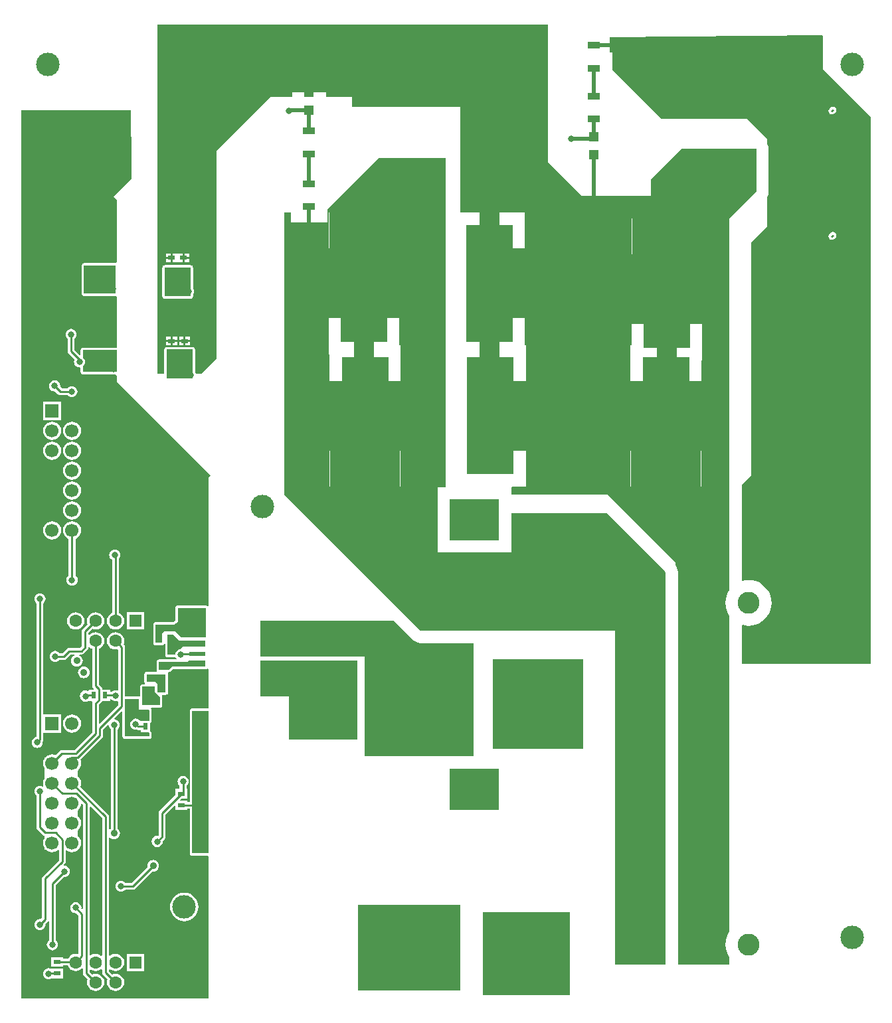
<source format=gbl>
G04*
G04 #@! TF.GenerationSoftware,Altium Limited,Altium Designer,18.0.7 (293)*
G04*
G04 Layer_Physical_Order=2*
G04 Layer_Color=16711680*
%FSLAX25Y25*%
%MOIN*%
G70*
G01*
G75*
%ADD15C,0.01000*%
%ADD19C,0.02000*%
%ADD22R,0.02362X0.03543*%
%ADD23R,0.08110X0.02362*%
%ADD24R,0.05000X0.04500*%
%ADD29R,0.03543X0.02362*%
%ADD30R,0.03000X0.03000*%
%ADD31R,0.03000X0.03000*%
%ADD63R,0.06693X0.06693*%
%ADD64C,0.06693*%
%ADD65C,0.11811*%
%ADD66R,0.06299X0.06299*%
%ADD67C,0.06299*%
%ADD68C,0.11000*%
%ADD69C,0.07087*%
%ADD70R,0.11811X0.11811*%
%ADD71C,0.03150*%
%ADD72C,0.03500*%
%ADD73R,0.06299X0.03543*%
%ADD74R,0.20984X0.22008*%
%ADD75R,0.25000X0.20787*%
%ADD76R,0.23622X0.59055*%
%ADD77C,0.10000*%
G36*
X209500Y290688D02*
X205499D01*
Y257901D01*
X242499D01*
Y277500D01*
X290500D01*
X320000Y248000D01*
X320000Y50900D01*
X294500Y50900D01*
X294500Y218500D01*
X197000Y218500D01*
X128500Y287000D01*
Y428500D01*
X131850D01*
Y423728D01*
X150150D01*
Y430150D01*
X176000Y456000D01*
X209500Y456000D01*
Y290688D01*
D02*
G37*
G36*
X44000Y388000D02*
X28000Y388000D01*
X28000Y402000D01*
X44000D01*
Y388000D01*
D02*
G37*
G36*
X52000Y453500D02*
Y445500D01*
X43000Y436500D01*
X44500Y435000D01*
Y403615D01*
X44000Y403204D01*
X28000D01*
X27539Y403113D01*
X27165Y402862D01*
X27047D01*
Y402700D01*
X26887Y402461D01*
X26796Y402000D01*
X26796Y388000D01*
X26887Y387539D01*
X27149Y387148D01*
X27539Y386887D01*
X28000Y386796D01*
X44000Y386796D01*
X44500Y386385D01*
Y360704D01*
X27500Y360704D01*
X27039Y360613D01*
X26665Y360362D01*
X26547D01*
Y360200D01*
X26387Y359961D01*
X26296Y359500D01*
X26296Y357282D01*
X25834Y357090D01*
X23114Y359810D01*
Y365165D01*
X23465Y365435D01*
X23907Y366010D01*
X24185Y366681D01*
X24280Y367400D01*
X24185Y368119D01*
X23907Y368790D01*
X23465Y369366D01*
X22890Y369807D01*
X22219Y370085D01*
X21500Y370180D01*
X20781Y370085D01*
X20110Y369807D01*
X19534Y369366D01*
X19093Y368790D01*
X18815Y368119D01*
X18720Y367400D01*
X18815Y366681D01*
X19093Y366010D01*
X19534Y365435D01*
X19686Y365318D01*
Y359100D01*
X19816Y358444D01*
X20188Y357888D01*
X23232Y354844D01*
X23015Y354319D01*
X22920Y353600D01*
X23015Y352881D01*
X23293Y352210D01*
X23734Y351635D01*
X24310Y351193D01*
X24981Y350915D01*
X25700Y350820D01*
X25920Y350849D01*
X26296Y350520D01*
X26296Y348500D01*
X26387Y348039D01*
X26648Y347649D01*
X27039Y347387D01*
X27500Y347296D01*
X42427Y347296D01*
X43000Y347220D01*
X43573Y347296D01*
X44000D01*
X44500Y346796D01*
Y343500D01*
X91500Y296500D01*
X90500Y295500D01*
Y231146D01*
X90235Y231011D01*
X90000Y230951D01*
X89661Y231178D01*
X89200Y231270D01*
X75100D01*
X74639Y231178D01*
X74248Y230917D01*
X73987Y230526D01*
X73896Y230065D01*
Y223564D01*
X72852Y222904D01*
X64000D01*
X63539Y222813D01*
X63148Y222551D01*
X62887Y222161D01*
X62796Y221700D01*
Y212500D01*
X62887Y212039D01*
X63148Y211649D01*
X63232Y211593D01*
Y211547D01*
X63300D01*
X63539Y211387D01*
X64000Y211296D01*
X67200D01*
X67661Y211387D01*
X67900Y211547D01*
X67957D01*
Y211585D01*
X68051Y211649D01*
X68296Y212014D01*
X68333Y212020D01*
X68796Y211821D01*
Y206500D01*
X68887Y206039D01*
X69043Y205806D01*
Y205547D01*
X69300D01*
X69539Y205387D01*
X70000Y205296D01*
X73500D01*
X73500Y205296D01*
X73961Y205387D01*
X73980Y205381D01*
X74093Y205110D01*
X74356Y204768D01*
X74109Y204268D01*
X71547D01*
Y204204D01*
X65600Y204204D01*
X65139Y204113D01*
X64749Y203852D01*
X64487Y203461D01*
X64396Y203000D01*
Y199000D01*
X64487Y198539D01*
X64578Y198404D01*
X64310Y197904D01*
X59500D01*
X59039Y197813D01*
X58649Y197552D01*
X58387Y197161D01*
X58296Y196700D01*
Y193100D01*
X58387Y192639D01*
X58611Y192304D01*
X58547Y192057D01*
X58466Y191903D01*
X58349Y191804D01*
X57300D01*
X56839Y191713D01*
X56449Y191452D01*
X56187Y191061D01*
X56096Y190600D01*
Y185978D01*
X55707Y185594D01*
X55681Y185581D01*
X55640D01*
X55596Y185585D01*
X55500Y185604D01*
X48589D01*
Y210469D01*
X48458Y211124D01*
X48087Y211681D01*
X47824Y211943D01*
X48019Y212413D01*
X48168Y213543D01*
X48019Y214674D01*
X47583Y215727D01*
X46889Y216632D01*
X45984Y217326D01*
X44930Y217762D01*
X43800Y217911D01*
X42669Y217762D01*
X41616Y217326D01*
X40711Y216632D01*
X40017Y215727D01*
X39581Y214674D01*
X39432Y213543D01*
X39581Y212413D01*
X40017Y211359D01*
X40711Y210455D01*
X41616Y209760D01*
X42669Y209324D01*
X43800Y209175D01*
X44661Y209289D01*
X45161Y208924D01*
Y188813D01*
X44745Y188536D01*
X44519Y188629D01*
X43800Y188724D01*
X43081Y188629D01*
X42410Y188351D01*
X41835Y187910D01*
X41826Y187899D01*
X41028D01*
Y189138D01*
X37155D01*
Y189457D01*
X37025Y190113D01*
X36653Y190669D01*
X35514Y191808D01*
Y209566D01*
X35984Y209760D01*
X36889Y210455D01*
X37583Y211359D01*
X38019Y212413D01*
X38168Y213543D01*
X38019Y214674D01*
X37583Y215727D01*
X36889Y216632D01*
X35984Y217326D01*
X34931Y217762D01*
X33800Y217911D01*
X32669Y217762D01*
X31616Y217326D01*
X30711Y216632D01*
X30637Y216535D01*
X30164Y216696D01*
Y217483D01*
X32199Y219519D01*
X32669Y219324D01*
X33800Y219175D01*
X34931Y219324D01*
X35984Y219760D01*
X36889Y220455D01*
X37583Y221359D01*
X38019Y222413D01*
X38168Y223543D01*
X38019Y224674D01*
X37583Y225727D01*
X36889Y226632D01*
X35984Y227326D01*
X34931Y227763D01*
X33800Y227911D01*
X32669Y227763D01*
X31616Y227326D01*
X30711Y226632D01*
X30017Y225727D01*
X29581Y224674D01*
X29432Y223543D01*
X29581Y222413D01*
X29776Y221943D01*
X27238Y219405D01*
X26866Y218849D01*
X26736Y218193D01*
Y210860D01*
X25990Y210114D01*
X20600D01*
X19944Y209984D01*
X19388Y209612D01*
X17190Y207414D01*
X15658D01*
X15465Y207665D01*
X14890Y208107D01*
X14219Y208385D01*
X13500Y208480D01*
X12781Y208385D01*
X12110Y208107D01*
X11535Y207665D01*
X11093Y207090D01*
X10815Y206419D01*
X10720Y205700D01*
X10815Y204981D01*
X11093Y204310D01*
X11535Y203734D01*
X12110Y203293D01*
X12781Y203015D01*
X13500Y202920D01*
X14219Y203015D01*
X14890Y203293D01*
X15465Y203734D01*
X15658Y203986D01*
X17900D01*
X18556Y204116D01*
X19112Y204488D01*
X21310Y206686D01*
X23126D01*
X23225Y206186D01*
X22922Y206060D01*
X22309Y205591D01*
X21840Y204978D01*
X21544Y204265D01*
X21444Y203500D01*
X21544Y202735D01*
X21840Y202022D01*
X22309Y201410D01*
X22922Y200940D01*
X23635Y200644D01*
X24400Y200544D01*
X25165Y200644D01*
X25878Y200940D01*
X26491Y201410D01*
X26960Y202022D01*
X27256Y202735D01*
X27356Y203500D01*
X27256Y204265D01*
X26960Y204978D01*
X26491Y205591D01*
X25878Y206060D01*
X25575Y206186D01*
X25674Y206686D01*
X26700D01*
X27356Y206816D01*
X27912Y207188D01*
X29662Y208938D01*
X30033Y209494D01*
X30164Y210150D01*
Y210391D01*
X30637Y210551D01*
X30711Y210455D01*
X31616Y209760D01*
X32086Y209566D01*
Y191098D01*
X32216Y190442D01*
X32588Y189886D01*
X32874Y189600D01*
X32683Y189138D01*
X30398D01*
Y188553D01*
X29898Y188287D01*
X29419Y188485D01*
X28700Y188580D01*
X27981Y188485D01*
X27310Y188207D01*
X26735Y187766D01*
X26293Y187190D01*
X26015Y186519D01*
X25920Y185800D01*
X26015Y185081D01*
X26293Y184410D01*
X26735Y183835D01*
X27310Y183393D01*
X27981Y183115D01*
X28700Y183020D01*
X29419Y183115D01*
X29898Y183313D01*
X30398Y183232D01*
Y183232D01*
X30398Y183232D01*
X31986D01*
X32202Y182732D01*
X32086Y182151D01*
Y167656D01*
X23144Y158714D01*
X17000D01*
X16344Y158584D01*
X15788Y158212D01*
X13751Y156175D01*
X13182Y156411D01*
X12000Y156567D01*
X10818Y156411D01*
X9717Y155955D01*
X8771Y155229D01*
X8595Y155000D01*
X8114D01*
Y154373D01*
X8045Y154283D01*
X7589Y153182D01*
X7433Y152000D01*
X7589Y150818D01*
X8045Y149717D01*
X8114Y149627D01*
Y144373D01*
X8045Y144283D01*
X7589Y143182D01*
X7433Y142000D01*
X7589Y140818D01*
X7595Y140803D01*
X7434Y140594D01*
X7203Y140443D01*
X6619Y140685D01*
X5900Y140780D01*
X5181Y140685D01*
X4510Y140407D01*
X3934Y139965D01*
X3493Y139390D01*
X3215Y138719D01*
X3120Y138000D01*
X3215Y137281D01*
X3493Y136610D01*
X3934Y136035D01*
X4186Y135842D01*
Y119900D01*
X4316Y119244D01*
X4688Y118688D01*
X7435Y115942D01*
X7991Y115570D01*
X8114Y115545D01*
Y114373D01*
X8045Y114283D01*
X7589Y113182D01*
X7433Y112000D01*
X7589Y110818D01*
X8045Y109717D01*
X8114Y109627D01*
Y108771D01*
X8771D01*
X9717Y108045D01*
X10818Y107589D01*
X12000Y107433D01*
X13182Y107589D01*
X14283Y108045D01*
X14886Y108508D01*
X15386Y108261D01*
Y103410D01*
X7388Y95412D01*
X7016Y94856D01*
X6886Y94200D01*
Y74483D01*
X6214Y73811D01*
X5900Y73853D01*
X5181Y73758D01*
X4510Y73480D01*
X3934Y73039D01*
X3493Y72463D01*
X3215Y71792D01*
X3120Y71073D01*
X3215Y70354D01*
X3493Y69683D01*
X3934Y69108D01*
X4510Y68666D01*
X5181Y68388D01*
X5900Y68293D01*
X6619Y68388D01*
X7290Y68666D01*
X7865Y69108D01*
X8307Y69683D01*
X8585Y70354D01*
X8680Y71073D01*
X8638Y71387D01*
X9812Y72561D01*
X9886Y72672D01*
X10386Y72520D01*
Y63059D01*
X10135Y62866D01*
X9693Y62290D01*
X9415Y61619D01*
X9320Y60900D01*
X9415Y60181D01*
X9693Y59510D01*
X10135Y58934D01*
X10710Y58493D01*
X11381Y58215D01*
X12100Y58120D01*
X12819Y58215D01*
X13490Y58493D01*
X14065Y58934D01*
X14507Y59510D01*
X14785Y60181D01*
X14880Y60900D01*
X14785Y61619D01*
X14507Y62290D01*
X14065Y62866D01*
X13814Y63059D01*
Y91090D01*
X17786Y95062D01*
X18100Y95020D01*
X18819Y95115D01*
X19490Y95393D01*
X20065Y95834D01*
X20507Y96410D01*
X20785Y97081D01*
X20880Y97800D01*
X20785Y98519D01*
X20507Y99190D01*
X20065Y99765D01*
X19490Y100207D01*
X18819Y100485D01*
X18110Y100578D01*
X18087Y100608D01*
X17879Y101055D01*
X18312Y101488D01*
X18684Y102044D01*
X18814Y102700D01*
Y108173D01*
X19263Y108394D01*
X19717Y108045D01*
X20818Y107589D01*
X22000Y107433D01*
X23182Y107589D01*
X24283Y108045D01*
X25229Y108771D01*
X25955Y109717D01*
X26411Y110818D01*
X26567Y112000D01*
X26411Y113182D01*
X25955Y114283D01*
X25229Y115229D01*
X24836Y115531D01*
Y118469D01*
X25229Y118771D01*
X25955Y119717D01*
X26411Y120818D01*
X26567Y122000D01*
X26411Y123182D01*
X25955Y124283D01*
X25229Y125229D01*
X24836Y125531D01*
Y128469D01*
X25229Y128771D01*
X25955Y129717D01*
X26411Y130818D01*
X26505Y131535D01*
X27033Y131714D01*
X27436Y131311D01*
Y79041D01*
X26974Y78850D01*
X26638Y79186D01*
X26680Y79500D01*
X26585Y80219D01*
X26307Y80890D01*
X25866Y81466D01*
X25290Y81907D01*
X24619Y82185D01*
X23900Y82280D01*
X23181Y82185D01*
X22510Y81907D01*
X21935Y81466D01*
X21493Y80890D01*
X21215Y80219D01*
X21120Y79500D01*
X21215Y78781D01*
X21493Y78110D01*
X21935Y77535D01*
X22510Y77093D01*
X23181Y76815D01*
X23900Y76720D01*
X24214Y76762D01*
X25286Y75690D01*
Y56591D01*
X24786Y56282D01*
X23800Y56411D01*
X22670Y56262D01*
X21616Y55826D01*
X20711Y55132D01*
X20017Y54227D01*
X19973Y54120D01*
X17553D01*
Y54768D01*
X11647D01*
Y50043D01*
X17553D01*
Y50691D01*
X19672D01*
X20017Y49859D01*
X20711Y48955D01*
X21616Y48260D01*
X22670Y47824D01*
X23800Y47675D01*
X24930Y47824D01*
X25984Y48260D01*
X26889Y48955D01*
X26963Y49051D01*
X27436Y48891D01*
Y46693D01*
X27567Y46037D01*
X27938Y45481D01*
X29776Y43644D01*
X29581Y43174D01*
X29432Y42043D01*
X29581Y40913D01*
X30017Y39859D01*
X30711Y38955D01*
X31616Y38260D01*
X32669Y37824D01*
X33800Y37675D01*
X34931Y37824D01*
X35984Y38260D01*
X36889Y38955D01*
X37583Y39859D01*
X38019Y40913D01*
X38168Y42043D01*
X38019Y43174D01*
X37583Y44227D01*
X36889Y45132D01*
X35984Y45826D01*
X34931Y46262D01*
X33800Y46411D01*
X32669Y46262D01*
X32199Y46068D01*
X30864Y47403D01*
Y48272D01*
X31313Y48493D01*
X31616Y48260D01*
X32669Y47824D01*
X33800Y47675D01*
X34931Y47824D01*
X35984Y48260D01*
X36586Y48722D01*
X37086Y48476D01*
Y47043D01*
X37216Y46387D01*
X37588Y45831D01*
X39775Y43644D01*
X39581Y43174D01*
X39432Y42043D01*
X39581Y40913D01*
X40017Y39859D01*
X40711Y38955D01*
X41616Y38260D01*
X42669Y37824D01*
X43800Y37675D01*
X44930Y37824D01*
X45984Y38260D01*
X46889Y38955D01*
X47583Y39859D01*
X48019Y40913D01*
X48168Y42043D01*
X48019Y43174D01*
X47583Y44227D01*
X46889Y45132D01*
X45984Y45826D01*
X44930Y46262D01*
X43800Y46411D01*
X42669Y46262D01*
X42200Y46068D01*
X40514Y47753D01*
Y48476D01*
X41014Y48722D01*
X41616Y48260D01*
X42669Y47824D01*
X43800Y47675D01*
X44930Y47824D01*
X45984Y48260D01*
X46889Y48955D01*
X47583Y49859D01*
X48019Y50913D01*
X48168Y52043D01*
X48019Y53174D01*
X47583Y54227D01*
X46889Y55132D01*
X45984Y55826D01*
X44930Y56262D01*
X43800Y56411D01*
X42669Y56262D01*
X41616Y55826D01*
X41014Y55364D01*
X40514Y55611D01*
Y114634D01*
X40992Y114803D01*
X41014Y114806D01*
X41622Y114340D01*
X42335Y114044D01*
X43100Y113944D01*
X43865Y114044D01*
X44578Y114340D01*
X45191Y114810D01*
X45660Y115422D01*
X45956Y116135D01*
X46056Y116900D01*
X45956Y117665D01*
X45660Y118378D01*
X45191Y118991D01*
X44814Y119279D01*
Y169065D01*
X45166Y169334D01*
X45607Y169910D01*
X45885Y170581D01*
X45980Y171300D01*
X45885Y172019D01*
X45607Y172690D01*
X45166Y173266D01*
X44590Y173707D01*
X43919Y173985D01*
X43475Y174044D01*
X43295Y174571D01*
X46834Y178110D01*
X47296Y177919D01*
X47296Y165500D01*
X47387Y165039D01*
X47649Y164648D01*
X48039Y164387D01*
X48500Y164296D01*
X60700Y164296D01*
X61161Y164387D01*
X61551Y164648D01*
X61813Y165039D01*
X61904Y165500D01*
X61904Y167194D01*
X61904Y167194D01*
X61813Y167655D01*
X61551Y168045D01*
X61257Y168340D01*
Y172404D01*
X61551Y172601D01*
X61813Y172992D01*
X61904Y173453D01*
X61904Y178646D01*
X61904Y178646D01*
X61813Y179107D01*
X61551Y179498D01*
X61758Y179989D01*
X61839Y179996D01*
X66100D01*
X66359Y180047D01*
X66857D01*
Y180285D01*
X66952Y180349D01*
X67213Y180739D01*
X67304Y181200D01*
Y185200D01*
X67304Y185200D01*
X67213Y185661D01*
X67056Y185896D01*
X67260Y186378D01*
X67277Y186396D01*
X69000D01*
X69461Y186487D01*
X69851Y186749D01*
X70113Y187139D01*
X70204Y187600D01*
Y196700D01*
X70181Y196816D01*
Y197781D01*
X70499Y197796D01*
X70500Y197796D01*
X70643Y197824D01*
X70662Y197826D01*
X70799Y197833D01*
X70876Y197871D01*
X70961Y197887D01*
X71086Y197971D01*
X71223Y198037D01*
X72901Y199296D01*
X89000D01*
X89461Y199387D01*
X89548Y199446D01*
X89969Y199638D01*
D01*
X90000Y199644D01*
X90500Y199226D01*
Y179686D01*
X90400Y179604D01*
X82300D01*
X81839Y179513D01*
X81449Y179252D01*
X81187Y178861D01*
X81096Y178400D01*
Y132608D01*
X79853D01*
Y133257D01*
X76434D01*
X76243Y133719D01*
X76962Y134438D01*
X79853D01*
Y139162D01*
X79414D01*
Y140742D01*
X79665Y140935D01*
X80107Y141510D01*
X80385Y142181D01*
X80480Y142900D01*
X80385Y143619D01*
X80107Y144290D01*
X79665Y144866D01*
X79090Y145307D01*
X78419Y145585D01*
X77700Y145680D01*
X76981Y145585D01*
X76310Y145307D01*
X75735Y144866D01*
X75293Y144290D01*
X75015Y143619D01*
X74920Y142900D01*
X75015Y142181D01*
X75293Y141510D01*
X75735Y140935D01*
X75986Y140742D01*
Y139162D01*
X73947D01*
Y136271D01*
X65988Y128312D01*
X65616Y127756D01*
X65486Y127100D01*
Y116010D01*
X65014Y115538D01*
X64700Y115580D01*
X63981Y115485D01*
X63310Y115207D01*
X62735Y114766D01*
X62293Y114190D01*
X62015Y113519D01*
X61920Y112800D01*
X62015Y112081D01*
X62293Y111410D01*
X62735Y110835D01*
X63310Y110393D01*
X63981Y110115D01*
X64700Y110020D01*
X65419Y110115D01*
X66090Y110393D01*
X66666Y110835D01*
X67107Y111410D01*
X67385Y112081D01*
X67480Y112800D01*
X67438Y113114D01*
X68412Y114088D01*
X68784Y114644D01*
X68914Y115300D01*
Y126390D01*
X73485Y130961D01*
X73947Y130770D01*
Y128532D01*
X79853D01*
Y129181D01*
X81096D01*
Y106900D01*
X81187Y106439D01*
X81449Y106049D01*
X81839Y105787D01*
X82300Y105696D01*
X90000D01*
X90500Y105237D01*
X90500Y33874D01*
X-3500Y33874D01*
X-3500Y480000D01*
X51500Y480000D01*
X52000Y453500D01*
D02*
G37*
G36*
X44500Y359500D02*
X44500Y348500D01*
X27500Y348500D01*
X27500Y351507D01*
X27665Y351635D01*
X28107Y352210D01*
X28385Y352881D01*
X28480Y353600D01*
X28385Y354319D01*
X28107Y354990D01*
X27665Y355566D01*
X27500Y355693D01*
X27500Y359500D01*
X44500Y359500D01*
D02*
G37*
G36*
X82500Y345335D02*
X69500D01*
Y359835D01*
X82500D01*
Y345335D01*
D02*
G37*
G36*
X399000Y517174D02*
Y500500D01*
X423000Y476500D01*
Y201900D01*
X358029D01*
Y221203D01*
X358422Y221512D01*
X359695Y221206D01*
X361500Y221064D01*
X363305Y221206D01*
X365065Y221629D01*
X366737Y222322D01*
X368280Y223268D01*
X369657Y224443D01*
X370832Y225820D01*
X371778Y227363D01*
X372471Y229035D01*
X372894Y230795D01*
X373036Y232600D01*
X372894Y234405D01*
X372471Y236165D01*
X371778Y237837D01*
X370832Y239380D01*
X369657Y240757D01*
X368280Y241933D01*
X366737Y242878D01*
X365065Y243571D01*
X363305Y243993D01*
X361500Y244136D01*
X359695Y243993D01*
X358422Y243688D01*
X358029Y243997D01*
Y280500D01*
Y291529D01*
X363000Y296500D01*
Y413500D01*
X371000Y421500D01*
Y436562D01*
X371070Y436693D01*
X371413Y437824D01*
X371529Y439000D01*
Y460500D01*
X371413Y461676D01*
X371070Y462807D01*
X371000Y462938D01*
Y465500D01*
X361000Y475500D01*
X318000D01*
X293150Y500350D01*
Y508854D01*
X292000D01*
Y516500D01*
X398645Y517525D01*
X399000Y517174D01*
D02*
G37*
G36*
X89200Y215500D02*
X89000Y215300D01*
X76900D01*
X73900Y218300D01*
X68200D01*
X67200Y217300D01*
Y212500D01*
X64000D01*
Y221700D01*
X73200D01*
X75100Y222900D01*
Y230065D01*
X89200D01*
Y215500D01*
D02*
G37*
G36*
X76000Y213500D02*
X89000D01*
X89000Y210500D01*
X77500D01*
X76246Y209246D01*
X75781Y209185D01*
X75110Y208907D01*
X74534Y208466D01*
X74093Y207890D01*
X73815Y207219D01*
X73754Y206754D01*
X73500Y206500D01*
X70000D01*
Y216500D01*
X73000D01*
X76000Y213500D01*
D02*
G37*
G36*
X89000Y200500D02*
X72500D01*
X70500Y199000D01*
X65600D01*
Y203000D01*
X80000Y203000D01*
X80500Y203500D01*
X89000D01*
Y200500D01*
D02*
G37*
G36*
X69000Y187600D02*
X65300D01*
X64900Y188000D01*
Y191900D01*
X63700Y193100D01*
X59500D01*
Y196700D01*
X69000D01*
Y187600D01*
D02*
G37*
G36*
X63400Y187900D02*
X63841Y187459D01*
X64048Y187148D01*
X64048Y187148D01*
X64432Y186765D01*
Y186647D01*
X64600D01*
X64759Y186541D01*
X66100Y185200D01*
Y181200D01*
X57300D01*
Y190600D01*
X63400D01*
Y187900D01*
D02*
G37*
G36*
X55500Y179000D02*
X60347D01*
X60700Y178646D01*
X60700Y173453D01*
X56532D01*
X56532Y173453D01*
Y173453D01*
X56050Y173555D01*
X55966Y173665D01*
X55390Y174107D01*
X54719Y174385D01*
X54000Y174480D01*
X53281Y174385D01*
X52610Y174107D01*
X52034Y173665D01*
X51593Y173090D01*
X51315Y172419D01*
X51220Y171700D01*
X51315Y170981D01*
X51593Y170310D01*
X52034Y169735D01*
X52610Y169293D01*
X53281Y169015D01*
X54000Y168920D01*
X54450Y168980D01*
X54544Y168916D01*
X55200Y168786D01*
X56532D01*
Y167547D01*
X60346D01*
X60700Y167194D01*
X60700Y165500D01*
X48500Y165500D01*
X48500Y180128D01*
X48589Y180575D01*
Y184400D01*
X55500D01*
Y179000D01*
D02*
G37*
G36*
X41835Y183979D02*
X42410Y183537D01*
X43081Y183259D01*
X43800Y183164D01*
X44519Y183259D01*
X44745Y183353D01*
X45161Y183075D01*
Y181285D01*
X35976Y172100D01*
X35514Y172291D01*
Y181441D01*
X36653Y182580D01*
X37025Y183136D01*
X37044Y183232D01*
X41028D01*
Y184287D01*
X41528Y184379D01*
X41835Y183979D01*
D02*
G37*
G36*
X165300Y164000D02*
X131000Y164000D01*
X131000Y185500D01*
X116500D01*
Y203500D01*
X165300Y203500D01*
X165300Y164000D01*
D02*
G37*
G36*
X278500Y159400D02*
X233200D01*
Y204400D01*
X278500D01*
Y159400D01*
D02*
G37*
G36*
X192737Y214237D02*
X193650Y213487D01*
X194693Y212930D01*
X195824Y212587D01*
X197000Y212471D01*
X223500Y212471D01*
X223500Y155500D01*
X169000D01*
X169000Y205500D01*
X116600Y205500D01*
X116600Y223800D01*
X183174Y223800D01*
X192737Y214237D01*
D02*
G37*
G36*
X40457Y171025D02*
X40515Y170581D01*
X40793Y169910D01*
X41234Y169334D01*
X41386Y169218D01*
Y119314D01*
X41004Y118995D01*
X40992Y118997D01*
X40514Y119166D01*
Y125200D01*
X40384Y125856D01*
X40012Y126412D01*
X26175Y140249D01*
X26411Y140818D01*
X26567Y142000D01*
X26411Y143182D01*
X25955Y144283D01*
X25229Y145229D01*
X24836Y145531D01*
Y148469D01*
X25229Y148771D01*
X25955Y149717D01*
X26411Y150818D01*
X26567Y152000D01*
X26411Y153182D01*
X26127Y153867D01*
X37012Y164752D01*
X37384Y165308D01*
X37514Y165964D01*
Y168790D01*
X39929Y171205D01*
X40457Y171025D01*
D02*
G37*
G36*
X90400Y106900D02*
X82300D01*
Y178400D01*
X90400D01*
Y106900D01*
D02*
G37*
G36*
X37086Y124490D02*
Y55611D01*
X36586Y55364D01*
X35984Y55826D01*
X34931Y56262D01*
X33800Y56411D01*
X32669Y56262D01*
X31616Y55826D01*
X31313Y55594D01*
X30864Y55815D01*
Y130058D01*
X31326Y130250D01*
X37086Y124490D01*
D02*
G37*
G36*
X261000Y523000D02*
X261000Y454000D01*
X278000Y437000D01*
X312500D01*
Y445000D01*
X328000Y460500D01*
X365500D01*
Y439000D01*
X352000Y425500D01*
X352000Y280500D01*
Y239107D01*
X351222Y237837D01*
X350529Y236165D01*
X350107Y234405D01*
X349964Y232600D01*
X350107Y230795D01*
X350529Y229035D01*
X351222Y227363D01*
X352000Y226093D01*
Y67607D01*
X351222Y66337D01*
X350529Y64665D01*
X350107Y62905D01*
X349964Y61100D01*
X350107Y59295D01*
X350529Y57535D01*
X351222Y55863D01*
X352000Y54593D01*
Y50900D01*
X326029D01*
X326029Y248000D01*
X325913Y249176D01*
X325570Y250307D01*
X325013Y251349D01*
X325000Y251365D01*
Y253000D01*
X291000Y287000D01*
X242499Y287000D01*
Y290688D01*
X242881Y290972D01*
X249807D01*
Y309000D01*
X231996D01*
Y344000D01*
X249807D01*
Y362028D01*
X249307D01*
Y375500D01*
X231496D01*
Y410500D01*
X249307D01*
Y428528D01*
X217000D01*
Y481500D01*
X162500Y481500D01*
Y486500D01*
X149500D01*
Y489000D01*
X132500D01*
Y486500D01*
X121500D01*
X94500Y459500D01*
Y355000D01*
X87000Y347500D01*
X84214D01*
X84185Y347719D01*
X83907Y348390D01*
X83704Y348654D01*
Y359835D01*
X83613Y360296D01*
X83351Y360687D01*
X82961Y360948D01*
X82500Y361039D01*
X69500D01*
X69039Y360948D01*
X68648Y360687D01*
X68387Y360296D01*
X68296Y359835D01*
Y347500D01*
X65000D01*
Y523000D01*
X115500D01*
Y523000D01*
X261000Y523000D01*
D02*
G37*
G36*
X217000Y38000D02*
X165400D01*
Y80900D01*
X217000D01*
Y38000D01*
D02*
G37*
G36*
X271700Y35800D02*
X228200Y35800D01*
X228200Y77326D01*
X271700Y77326D01*
X271700Y35800D01*
D02*
G37*
%LPC*%
G36*
X186315Y428528D02*
X186004D01*
Y410500D01*
X186315D01*
Y428528D01*
D02*
G37*
G36*
X151004D02*
X150693D01*
Y410500D01*
X151004D01*
Y428528D01*
D02*
G37*
G36*
X186315Y375500D02*
X168504D01*
X150693D01*
Y357472D01*
X151193D01*
Y344000D01*
X169004D01*
X186815D01*
Y362028D01*
X186315D01*
Y375500D01*
D02*
G37*
G36*
X186815Y309000D02*
X186504D01*
Y290972D01*
X186815D01*
Y309000D01*
D02*
G37*
G36*
X151504D02*
X151193D01*
Y290972D01*
X151504D01*
Y309000D01*
D02*
G37*
G36*
X13300Y344280D02*
X12581Y344185D01*
X11910Y343907D01*
X11334Y343465D01*
X10893Y342890D01*
X10615Y342219D01*
X10520Y341500D01*
X10615Y340781D01*
X10893Y340110D01*
X11334Y339534D01*
X11910Y339093D01*
X12581Y338815D01*
X13300Y338720D01*
X13614Y338762D01*
X14988Y337388D01*
X15544Y337016D01*
X16200Y336886D01*
X19741D01*
X19934Y336634D01*
X20510Y336193D01*
X21181Y335915D01*
X21900Y335820D01*
X22619Y335915D01*
X23290Y336193D01*
X23866Y336634D01*
X24307Y337210D01*
X24585Y337881D01*
X24680Y338600D01*
X24585Y339319D01*
X24307Y339990D01*
X23866Y340565D01*
X23290Y341007D01*
X22619Y341285D01*
X21900Y341380D01*
X21181Y341285D01*
X20510Y341007D01*
X19934Y340565D01*
X19741Y340314D01*
X16910D01*
X16038Y341186D01*
X16080Y341500D01*
X15985Y342219D01*
X15707Y342890D01*
X15266Y343465D01*
X14690Y343907D01*
X14019Y344185D01*
X13300Y344280D01*
D02*
G37*
G36*
X16527Y333528D02*
X7473D01*
Y324472D01*
X16527D01*
Y333528D01*
D02*
G37*
G36*
X22000Y323567D02*
X20818Y323411D01*
X19717Y322955D01*
X18771Y322229D01*
X18045Y321283D01*
X17589Y320182D01*
X17433Y319000D01*
X17589Y317818D01*
X18045Y316717D01*
X18771Y315771D01*
X19717Y315045D01*
X20818Y314589D01*
X22000Y314433D01*
X23182Y314589D01*
X24283Y315045D01*
X25229Y315771D01*
X25955Y316717D01*
X26411Y317818D01*
X26567Y319000D01*
X26411Y320182D01*
X25955Y321283D01*
X25229Y322229D01*
X24283Y322955D01*
X23182Y323411D01*
X22000Y323567D01*
D02*
G37*
G36*
X12000D02*
X10818Y323411D01*
X9717Y322955D01*
X8771Y322229D01*
X8045Y321283D01*
X7589Y320182D01*
X7433Y319000D01*
X7589Y317818D01*
X8045Y316717D01*
X8771Y315771D01*
X9717Y315045D01*
X10818Y314589D01*
X12000Y314433D01*
X13182Y314589D01*
X14283Y315045D01*
X15229Y315771D01*
X15955Y316717D01*
X16411Y317818D01*
X16567Y319000D01*
X16411Y320182D01*
X15955Y321283D01*
X15229Y322229D01*
X14283Y322955D01*
X13182Y323411D01*
X12000Y323567D01*
D02*
G37*
G36*
X22000Y313567D02*
X20818Y313411D01*
X19717Y312955D01*
X18771Y312229D01*
X18045Y311283D01*
X17589Y310182D01*
X17433Y309000D01*
X17589Y307818D01*
X18045Y306717D01*
X18771Y305771D01*
X19717Y305045D01*
X20818Y304589D01*
X22000Y304433D01*
X23182Y304589D01*
X24283Y305045D01*
X25229Y305771D01*
X25955Y306717D01*
X26411Y307818D01*
X26567Y309000D01*
X26411Y310182D01*
X25955Y311283D01*
X25229Y312229D01*
X24283Y312955D01*
X23182Y313411D01*
X22000Y313567D01*
D02*
G37*
G36*
X12000D02*
X10818Y313411D01*
X9717Y312955D01*
X8771Y312229D01*
X8045Y311283D01*
X7589Y310182D01*
X7433Y309000D01*
X7589Y307818D01*
X8045Y306717D01*
X8771Y305771D01*
X9717Y305045D01*
X10818Y304589D01*
X12000Y304433D01*
X13182Y304589D01*
X14283Y305045D01*
X15229Y305771D01*
X15955Y306717D01*
X16411Y307818D01*
X16567Y309000D01*
X16411Y310182D01*
X15955Y311283D01*
X15229Y312229D01*
X14283Y312955D01*
X13182Y313411D01*
X12000Y313567D01*
D02*
G37*
G36*
X22000Y303567D02*
X20818Y303411D01*
X19717Y302955D01*
X18771Y302229D01*
X18045Y301283D01*
X17589Y300182D01*
X17433Y299000D01*
X17589Y297818D01*
X18045Y296717D01*
X18771Y295771D01*
X19717Y295045D01*
X20818Y294589D01*
X22000Y294433D01*
X23182Y294589D01*
X24283Y295045D01*
X25229Y295771D01*
X25955Y296717D01*
X26411Y297818D01*
X26567Y299000D01*
X26411Y300182D01*
X25955Y301283D01*
X25229Y302229D01*
X24283Y302955D01*
X23182Y303411D01*
X22000Y303567D01*
D02*
G37*
G36*
Y293567D02*
X20818Y293411D01*
X19717Y292955D01*
X18771Y292229D01*
X18045Y291283D01*
X17589Y290182D01*
X17433Y289000D01*
X17589Y287818D01*
X18045Y286717D01*
X18771Y285771D01*
X19717Y285045D01*
X20818Y284589D01*
X22000Y284433D01*
X23182Y284589D01*
X24283Y285045D01*
X25229Y285771D01*
X25955Y286717D01*
X26411Y287818D01*
X26567Y289000D01*
X26411Y290182D01*
X25955Y291283D01*
X25229Y292229D01*
X24283Y292955D01*
X23182Y293411D01*
X22000Y293567D01*
D02*
G37*
G36*
Y283567D02*
X20818Y283411D01*
X19717Y282955D01*
X18771Y282229D01*
X18045Y281283D01*
X17589Y280182D01*
X17433Y279000D01*
X17589Y277818D01*
X18045Y276717D01*
X18771Y275771D01*
X19717Y275045D01*
X20818Y274589D01*
X22000Y274433D01*
X23182Y274589D01*
X24283Y275045D01*
X25229Y275771D01*
X25955Y276717D01*
X26411Y277818D01*
X26567Y279000D01*
X26411Y280182D01*
X25955Y281283D01*
X25229Y282229D01*
X24283Y282955D01*
X23182Y283411D01*
X22000Y283567D01*
D02*
G37*
G36*
X12000Y273567D02*
X10818Y273411D01*
X9717Y272955D01*
X8771Y272229D01*
X8045Y271283D01*
X7589Y270182D01*
X7433Y269000D01*
X7589Y267818D01*
X8045Y266717D01*
X8771Y265771D01*
X9717Y265045D01*
X10818Y264589D01*
X12000Y264433D01*
X13182Y264589D01*
X14283Y265045D01*
X15229Y265771D01*
X15955Y266717D01*
X16411Y267818D01*
X16567Y269000D01*
X16411Y270182D01*
X15955Y271283D01*
X15229Y272229D01*
X14283Y272955D01*
X13182Y273411D01*
X12000Y273567D01*
D02*
G37*
G36*
X22000D02*
X20818Y273411D01*
X19717Y272955D01*
X18771Y272229D01*
X18045Y271283D01*
X17589Y270182D01*
X17433Y269000D01*
X17589Y267818D01*
X18045Y266717D01*
X18771Y265771D01*
X19717Y265045D01*
X20286Y264809D01*
Y246258D01*
X20034Y246065D01*
X19593Y245490D01*
X19315Y244819D01*
X19220Y244100D01*
X19315Y243381D01*
X19593Y242710D01*
X20034Y242134D01*
X20610Y241693D01*
X21281Y241415D01*
X22000Y241320D01*
X22719Y241415D01*
X23390Y241693D01*
X23966Y242134D01*
X24407Y242710D01*
X24685Y243381D01*
X24780Y244100D01*
X24685Y244819D01*
X24407Y245490D01*
X23966Y246065D01*
X23714Y246258D01*
Y264809D01*
X24283Y265045D01*
X25229Y265771D01*
X25955Y266717D01*
X26411Y267818D01*
X26567Y269000D01*
X26411Y270182D01*
X25955Y271283D01*
X25229Y272229D01*
X24283Y272955D01*
X23182Y273411D01*
X22000Y273567D01*
D02*
G37*
G36*
X58131Y227874D02*
X49469D01*
Y219213D01*
X58131D01*
Y227874D01*
D02*
G37*
G36*
X43400Y259380D02*
X42681Y259285D01*
X42010Y259007D01*
X41434Y258565D01*
X40993Y257990D01*
X40715Y257319D01*
X40620Y256600D01*
X40715Y255881D01*
X40993Y255210D01*
X41434Y254634D01*
X42010Y254193D01*
X42086Y254161D01*
Y227521D01*
X41616Y227326D01*
X40711Y226632D01*
X40017Y225727D01*
X39581Y224674D01*
X39432Y223543D01*
X39581Y222413D01*
X40017Y221359D01*
X40711Y220455D01*
X41616Y219760D01*
X42669Y219324D01*
X43800Y219175D01*
X44930Y219324D01*
X45984Y219760D01*
X46889Y220455D01*
X47583Y221359D01*
X48019Y222413D01*
X48168Y223543D01*
X48019Y224674D01*
X47583Y225727D01*
X46889Y226632D01*
X45984Y227326D01*
X45514Y227521D01*
Y254828D01*
X45807Y255210D01*
X46085Y255881D01*
X46180Y256600D01*
X46085Y257319D01*
X45807Y257990D01*
X45366Y258565D01*
X44790Y259007D01*
X44119Y259285D01*
X43400Y259380D01*
D02*
G37*
G36*
X23800Y227911D02*
X22670Y227763D01*
X21616Y227326D01*
X20711Y226632D01*
X20017Y225727D01*
X19581Y224674D01*
X19432Y223543D01*
X19581Y222413D01*
X20017Y221359D01*
X20711Y220455D01*
X21616Y219760D01*
X22670Y219324D01*
X23800Y219175D01*
X24930Y219324D01*
X25984Y219760D01*
X26889Y220455D01*
X27583Y221359D01*
X28019Y222413D01*
X28168Y223543D01*
X28019Y224674D01*
X27583Y225727D01*
X26889Y226632D01*
X25984Y227326D01*
X24930Y227763D01*
X23800Y227911D01*
D02*
G37*
G36*
X27900Y200656D02*
X27135Y200556D01*
X26422Y200260D01*
X25809Y199791D01*
X25340Y199178D01*
X25044Y198465D01*
X24944Y197700D01*
X25044Y196935D01*
X25340Y196222D01*
X25809Y195609D01*
X26422Y195140D01*
X27135Y194844D01*
X27900Y194744D01*
X28665Y194844D01*
X29378Y195140D01*
X29991Y195609D01*
X30460Y196222D01*
X30756Y196935D01*
X30856Y197700D01*
X30756Y198465D01*
X30460Y199178D01*
X29991Y199791D01*
X29378Y200260D01*
X28665Y200556D01*
X27900Y200656D01*
D02*
G37*
G36*
X22000Y176567D02*
X20818Y176411D01*
X19717Y175955D01*
X18771Y175229D01*
X18045Y174283D01*
X17589Y173182D01*
X17433Y172000D01*
X17589Y170818D01*
X18045Y169717D01*
X18771Y168771D01*
X19717Y168045D01*
X20818Y167589D01*
X22000Y167433D01*
X23182Y167589D01*
X24283Y168045D01*
X25229Y168771D01*
X25955Y169717D01*
X26411Y170818D01*
X26567Y172000D01*
X26411Y173182D01*
X25955Y174283D01*
X25229Y175229D01*
X24283Y175955D01*
X23182Y176411D01*
X22000Y176567D01*
D02*
G37*
G36*
X5900Y237380D02*
X5181Y237285D01*
X4510Y237007D01*
X3934Y236565D01*
X3493Y235990D01*
X3215Y235319D01*
X3120Y234600D01*
X3215Y233881D01*
X3493Y233210D01*
X3934Y232634D01*
X4186Y232441D01*
Y165238D01*
X3781Y165185D01*
X3110Y164907D01*
X2534Y164465D01*
X2093Y163890D01*
X1815Y163219D01*
X1720Y162500D01*
X1815Y161781D01*
X2093Y161110D01*
X2534Y160535D01*
X3110Y160093D01*
X3781Y159815D01*
X4500Y159720D01*
X5219Y159815D01*
X5890Y160093D01*
X6465Y160535D01*
X6907Y161110D01*
X7185Y161781D01*
X7280Y162500D01*
X7231Y162867D01*
X7484Y163244D01*
X7614Y163900D01*
Y167473D01*
X16527D01*
Y176528D01*
X7614D01*
Y232441D01*
X7865Y232634D01*
X8307Y233210D01*
X8585Y233881D01*
X8680Y234600D01*
X8585Y235319D01*
X8307Y235990D01*
X7865Y236565D01*
X7290Y237007D01*
X6619Y237285D01*
X5900Y237380D01*
D02*
G37*
G36*
X62700Y103556D02*
X61935Y103456D01*
X61222Y103160D01*
X60610Y102690D01*
X60140Y102078D01*
X59844Y101365D01*
X59744Y100600D01*
X59806Y100129D01*
X51690Y92014D01*
X48759D01*
X48566Y92265D01*
X47990Y92707D01*
X47319Y92985D01*
X46600Y93080D01*
X45881Y92985D01*
X45210Y92707D01*
X44635Y92265D01*
X44193Y91690D01*
X43915Y91019D01*
X43820Y90300D01*
X43915Y89581D01*
X44193Y88910D01*
X44635Y88335D01*
X45210Y87893D01*
X45881Y87615D01*
X46600Y87520D01*
X47319Y87615D01*
X47990Y87893D01*
X48566Y88335D01*
X48759Y88586D01*
X52400D01*
X53056Y88716D01*
X53612Y89088D01*
X62230Y97706D01*
X62700Y97644D01*
X63465Y97744D01*
X64178Y98040D01*
X64790Y98510D01*
X65260Y99122D01*
X65556Y99835D01*
X65656Y100600D01*
X65556Y101365D01*
X65260Y102078D01*
X64790Y102690D01*
X64178Y103160D01*
X63465Y103456D01*
X62700Y103556D01*
D02*
G37*
G36*
X78300Y87021D02*
X76911Y86884D01*
X75575Y86479D01*
X74344Y85821D01*
X73265Y84935D01*
X72379Y83856D01*
X71721Y82625D01*
X71316Y81289D01*
X71179Y79900D01*
X71316Y78511D01*
X71721Y77175D01*
X72379Y75944D01*
X73265Y74865D01*
X74344Y73979D01*
X75575Y73321D01*
X76911Y72916D01*
X78300Y72779D01*
X79689Y72916D01*
X81025Y73321D01*
X82256Y73979D01*
X83335Y74865D01*
X84221Y75944D01*
X84879Y77175D01*
X85284Y78511D01*
X85421Y79900D01*
X85284Y81289D01*
X84879Y82625D01*
X84221Y83856D01*
X83335Y84935D01*
X82256Y85821D01*
X81025Y86479D01*
X79689Y86884D01*
X78300Y87021D01*
D02*
G37*
G36*
X58131Y56374D02*
X49469D01*
Y47713D01*
X58131D01*
Y56374D01*
D02*
G37*
G36*
X10200Y49180D02*
X9481Y49085D01*
X8810Y48807D01*
X8235Y48366D01*
X7793Y47790D01*
X7515Y47119D01*
X7420Y46400D01*
X7515Y45681D01*
X7793Y45010D01*
X8235Y44434D01*
X8810Y43993D01*
X9481Y43715D01*
X10200Y43620D01*
X10919Y43715D01*
X11590Y43993D01*
X11779Y44138D01*
X17553D01*
Y48862D01*
X11647D01*
X11647Y48862D01*
Y48862D01*
X11175Y48979D01*
X10919Y49085D01*
X10200Y49180D01*
D02*
G37*
G36*
X403800Y481810D02*
X403144Y481680D01*
X402588Y481308D01*
X402088Y480808D01*
X401716Y480252D01*
X401586Y479596D01*
X401716Y478940D01*
X402088Y478384D01*
X402644Y478013D01*
X403300Y477882D01*
X403956Y478013D01*
X404512Y478384D01*
X405012Y478884D01*
X405384Y479440D01*
X405514Y480096D01*
X405384Y480752D01*
X405012Y481308D01*
X404456Y481680D01*
X403800Y481810D01*
D02*
G37*
G36*
Y418818D02*
X403144Y418687D01*
X402588Y418316D01*
X402088Y417816D01*
X401716Y417260D01*
X401586Y416604D01*
X401716Y415948D01*
X402088Y415392D01*
X402644Y415020D01*
X403300Y414890D01*
X403956Y415020D01*
X404512Y415392D01*
X405012Y415892D01*
X405384Y416448D01*
X405514Y417104D01*
X405384Y417760D01*
X405012Y418316D01*
X404456Y418687D01*
X403800Y418818D01*
D02*
G37*
G36*
X338315Y425528D02*
X338004D01*
Y407500D01*
X338315D01*
Y425528D01*
D02*
G37*
G36*
X303004D02*
X302693D01*
Y407500D01*
X303004D01*
Y425528D01*
D02*
G37*
G36*
X78500Y408087D02*
Y406405D01*
X80772D01*
Y408087D01*
X78500D01*
D02*
G37*
G36*
X71500D02*
X69228D01*
Y406405D01*
X71500D01*
Y408087D01*
D02*
G37*
G36*
X80772Y405406D02*
X78500D01*
Y403724D01*
X80772D01*
Y405406D01*
D02*
G37*
G36*
X71500Y405406D02*
X69228D01*
Y403724D01*
X71500D01*
Y405406D01*
D02*
G37*
G36*
X75228Y408087D02*
X74772D01*
X74728Y408087D01*
X72500D01*
Y405905D01*
Y403724D01*
X74728D01*
X74772Y403724D01*
X75228D01*
X75272Y403724D01*
X77500D01*
Y405905D01*
Y408087D01*
X75272D01*
X75228Y408087D01*
D02*
G37*
G36*
X74953Y402362D02*
Y402362D01*
X74562Y402362D01*
X69047D01*
Y402204D01*
X68500D01*
X68039Y402112D01*
X67649Y401852D01*
X67387Y401461D01*
X67296Y401000D01*
Y386500D01*
X67387Y386039D01*
X67649Y385648D01*
X68039Y385387D01*
X68500Y385296D01*
X81500D01*
X81961Y385387D01*
X82351Y385648D01*
X82613Y386039D01*
X82704Y386500D01*
Y387346D01*
X82907Y387610D01*
X83185Y388281D01*
X83280Y389000D01*
X83185Y389719D01*
X82907Y390390D01*
X82704Y390654D01*
Y401000D01*
X82613Y401461D01*
X82351Y401852D01*
X81961Y402112D01*
X81500Y402204D01*
X80953D01*
Y402362D01*
X75438D01*
X75047Y402362D01*
Y402362D01*
X74953D01*
D02*
G37*
G36*
X81272Y366181D02*
X79000D01*
Y364500D01*
X81272D01*
Y366181D01*
D02*
G37*
G36*
X74772D02*
X72500D01*
Y364500D01*
X74772D01*
Y366181D01*
D02*
G37*
G36*
X71500D02*
X69228D01*
Y364500D01*
X71500D01*
Y366181D01*
D02*
G37*
G36*
X78000D02*
X75728D01*
Y364500D01*
X78000D01*
Y366181D01*
D02*
G37*
G36*
X78500Y364000D02*
D01*
D01*
D01*
D02*
G37*
G36*
X81272Y363500D02*
X79000D01*
Y361819D01*
X81272D01*
Y363500D01*
D02*
G37*
G36*
X78000D02*
X75728D01*
Y361819D01*
X78000D01*
Y363500D01*
D02*
G37*
G36*
X74772D02*
X72500D01*
Y361819D01*
X74772D01*
Y363500D01*
D02*
G37*
G36*
X71500D02*
X69228D01*
Y361819D01*
X71500D01*
Y363500D01*
D02*
G37*
G36*
X338315Y372500D02*
X320504D01*
X302693D01*
Y362028D01*
X302193D01*
Y344000D01*
X320004D01*
X337815D01*
Y354472D01*
X338315D01*
Y372500D01*
D02*
G37*
G36*
X337815Y309000D02*
X337504D01*
Y290972D01*
X337815D01*
Y309000D01*
D02*
G37*
G36*
X302504D02*
X302193D01*
Y290972D01*
X302504D01*
Y309000D01*
D02*
G37*
%LPD*%
G36*
X81500Y386500D02*
X68500D01*
Y401000D01*
X81500D01*
Y386500D01*
D02*
G37*
D15*
X4500Y162500D02*
X5900Y163900D01*
Y234600D01*
X25700Y353600D02*
Y354800D01*
X21400Y359100D02*
X25700Y354800D01*
X5900Y119900D02*
X8647Y117154D01*
X13700D01*
X17100Y113754D01*
X5900Y71073D02*
X8600Y73773D01*
Y94200D01*
X17100Y102700D01*
Y113754D01*
X5900Y119900D02*
Y138000D01*
X33800Y191098D02*
Y213543D01*
Y191098D02*
X35441Y189457D01*
Y183792D02*
Y189457D01*
X33800Y182151D02*
X35441Y183792D01*
X33800Y166946D02*
Y182151D01*
X46875Y180575D02*
Y210469D01*
X35800Y169500D02*
X46875Y180575D01*
X43800Y213543D02*
X46875Y210469D01*
X43559Y186185D02*
X43800Y185944D01*
X38665Y186185D02*
X43559D01*
X22000Y155000D02*
X24836D01*
X35800Y165964D02*
Y169500D01*
X43800Y223543D02*
Y256200D01*
X43400Y256600D02*
X43800Y256200D01*
X16200Y338600D02*
X21900D01*
X13300Y341500D02*
X16200Y338600D01*
X29085Y186185D02*
X31800D01*
X28700Y185800D02*
X29085Y186185D01*
X76900Y130894D02*
X85594D01*
X12100Y60900D02*
Y91800D01*
X18100Y97800D01*
X23900Y79500D02*
X27000Y76400D01*
Y55243D02*
Y76400D01*
X23800Y52043D02*
X27000Y55243D01*
X10800Y46500D02*
X14600D01*
X10700Y46400D02*
X10800Y46500D01*
X10200Y46400D02*
X10700D01*
X52400Y90300D02*
X62700Y100600D01*
X46600Y90300D02*
X52400D01*
X21400Y359100D02*
Y367500D01*
X21500Y367400D01*
X24325Y136846D02*
X29150Y132021D01*
Y46693D02*
Y132021D01*
X26700Y208400D02*
X28450Y210150D01*
X20600Y208400D02*
X26700D01*
X17900Y205700D02*
X20600Y208400D01*
X13500Y205700D02*
X17900D01*
X28450Y210150D02*
Y218193D01*
X33800Y223543D01*
X22000Y244100D02*
Y269000D01*
X43100Y116900D02*
Y171200D01*
X43200Y171300D01*
X24836Y155000D02*
X35800Y165964D01*
X22000Y152000D02*
Y155000D01*
X24008Y157153D02*
X33800Y166946D01*
X24008Y157000D02*
Y157153D01*
X17000Y157000D02*
X24008D01*
X12000Y152000D02*
X17000Y157000D01*
X29150Y46693D02*
X33800Y42043D01*
X17154Y136846D02*
X24325D01*
X12000Y142000D02*
X17154Y136846D01*
X38800Y47043D02*
X43800Y42043D01*
X38800Y47043D02*
Y125200D01*
X22000Y142000D02*
X38800Y125200D01*
X23438Y52406D02*
X23800Y52043D01*
X14600Y52406D02*
X23438D01*
X64700Y112800D02*
X67200Y115300D01*
Y127100D01*
X76900Y136800D01*
X22838Y224505D02*
X23800Y223543D01*
X77700Y137600D02*
Y142900D01*
X76900Y136800D02*
X77700Y137600D01*
X76500Y206500D02*
X77000Y207000D01*
X84732D01*
X55200Y170500D02*
X58894D01*
X54000Y171700D02*
X55200Y170500D01*
X403300Y416604D02*
X403800Y417104D01*
X403300Y479596D02*
X403800Y480096D01*
X320004Y326500D02*
X320504Y327000D01*
X283000Y465500D02*
X284000Y466500D01*
X131000Y479500D02*
X131500Y480000D01*
X284000Y415866D02*
X298000Y401866D01*
X295634Y512500D02*
X298000Y510134D01*
D19*
X272500Y465500D02*
X283000D01*
X131500Y480000D02*
X141000D01*
X284000Y415866D02*
Y457500D01*
Y466500D02*
Y475500D01*
Y486917D02*
Y501083D01*
Y512500D02*
X295634D01*
X141000Y489000D02*
Y510134D01*
Y469500D02*
Y480000D01*
Y442917D02*
Y458083D01*
Y401866D02*
Y431500D01*
D22*
X70794Y225000D02*
D03*
X76700D02*
D03*
X66795Y189600D02*
D03*
X72700D02*
D03*
X38665Y186185D02*
D03*
X32760D02*
D03*
X58894Y170500D02*
D03*
X58995Y177000D02*
D03*
X64900D02*
D03*
X70400Y183000D02*
D03*
X64495D02*
D03*
X64800Y170500D02*
D03*
X65595Y214500D02*
D03*
X71500D02*
D03*
X71406Y208500D02*
D03*
X65500D02*
D03*
D23*
X121268Y222000D02*
D03*
Y217000D02*
D03*
Y212000D02*
D03*
Y207000D02*
D03*
Y202000D02*
D03*
Y197000D02*
D03*
Y192000D02*
D03*
Y187000D02*
D03*
X84732D02*
D03*
Y192000D02*
D03*
Y197000D02*
D03*
Y202000D02*
D03*
Y207000D02*
D03*
Y212000D02*
D03*
Y217000D02*
D03*
Y222000D02*
D03*
D24*
X141000Y489000D02*
D03*
Y480000D02*
D03*
X284000Y457500D02*
D03*
Y466500D02*
D03*
D29*
X14600Y46500D02*
D03*
Y52406D02*
D03*
X74500Y201905D02*
D03*
Y196000D02*
D03*
X76900Y130894D02*
D03*
Y136800D02*
D03*
X78500Y358095D02*
D03*
Y364000D02*
D03*
X72000Y358095D02*
D03*
Y364000D02*
D03*
X29500Y363906D02*
D03*
Y358000D02*
D03*
X36500D02*
D03*
Y363906D02*
D03*
X72000Y400000D02*
D03*
Y405905D02*
D03*
X78000Y400000D02*
D03*
Y405905D02*
D03*
X30000Y406405D02*
D03*
Y400500D02*
D03*
X37000D02*
D03*
Y406405D02*
D03*
D30*
X59000Y182900D02*
D03*
X53000D02*
D03*
D31*
X61400Y194800D02*
D03*
Y188800D02*
D03*
X67500Y201100D02*
D03*
Y195100D02*
D03*
D63*
X12000Y172000D02*
D03*
Y329000D02*
D03*
D64*
Y162000D02*
D03*
Y152000D02*
D03*
Y142000D02*
D03*
Y132000D02*
D03*
X22000Y172000D02*
D03*
Y162000D02*
D03*
Y152000D02*
D03*
Y142000D02*
D03*
Y132000D02*
D03*
Y112000D02*
D03*
Y122000D02*
D03*
X12000Y112000D02*
D03*
Y122000D02*
D03*
Y279000D02*
D03*
Y269000D02*
D03*
X22000Y279000D02*
D03*
Y269000D02*
D03*
Y289000D02*
D03*
Y299000D02*
D03*
Y309000D02*
D03*
Y319000D02*
D03*
Y329000D02*
D03*
X12000Y289000D02*
D03*
Y299000D02*
D03*
Y309000D02*
D03*
Y319000D02*
D03*
D65*
X78300Y79900D02*
D03*
X117500Y281000D02*
D03*
X413500Y64500D02*
D03*
Y503000D02*
D03*
X9800D02*
D03*
X197000Y444787D02*
D03*
X349472D02*
D03*
D66*
X53800Y223543D02*
D03*
Y52043D02*
D03*
D67*
X43800Y223543D02*
D03*
X33800D02*
D03*
X53800Y213543D02*
D03*
X43800D02*
D03*
X33800D02*
D03*
X23800D02*
D03*
Y223543D02*
D03*
Y52043D02*
D03*
Y42043D02*
D03*
X33800D02*
D03*
X43800D02*
D03*
X53800D02*
D03*
X33800Y52043D02*
D03*
X43800D02*
D03*
D68*
X309400Y61100D02*
D03*
X335450D02*
D03*
X361500D02*
D03*
X309400Y232600D02*
D03*
X335450D02*
D03*
X361500D02*
D03*
D69*
X298000Y510134D02*
D03*
Y401866D02*
D03*
X141000Y510134D02*
D03*
Y401866D02*
D03*
D70*
X226528Y494000D02*
D03*
X379000D02*
D03*
D71*
X4500Y162500D02*
D03*
X25700Y353600D02*
D03*
X5900Y138000D02*
D03*
X75200Y44550D02*
D03*
Y40700D02*
D03*
X75100Y36850D02*
D03*
X79600D02*
D03*
Y40700D02*
D03*
Y44550D02*
D03*
X66300D02*
D03*
Y40700D02*
D03*
X66200Y36850D02*
D03*
X70700D02*
D03*
Y40700D02*
D03*
Y44550D02*
D03*
X4400Y44800D02*
D03*
Y40950D02*
D03*
Y37100D02*
D03*
X-100D02*
D03*
X0Y40950D02*
D03*
Y44800D02*
D03*
X5900Y71073D02*
D03*
X45300Y100000D02*
D03*
X78900Y114600D02*
D03*
X72400Y118900D02*
D03*
X78800Y118300D02*
D03*
X76700Y159600D02*
D03*
X67300D02*
D03*
X72000D02*
D03*
X75000Y168600D02*
D03*
X25200Y179200D02*
D03*
X43800Y185944D02*
D03*
X43400Y256600D02*
D03*
X5900Y234600D02*
D03*
X22000Y244100D02*
D03*
X21900Y338600D02*
D03*
X13300Y341500D02*
D03*
X81400Y228100D02*
D03*
X77000Y219900D02*
D03*
X88000Y112100D02*
D03*
X84300D02*
D03*
X88000Y108700D02*
D03*
X84300D02*
D03*
X84600Y173300D02*
D03*
X88300D02*
D03*
X84600Y176700D02*
D03*
X88300D02*
D03*
X12100Y60900D02*
D03*
X10200Y46400D02*
D03*
X23900Y79500D02*
D03*
X18100Y97800D02*
D03*
X46600Y90300D02*
D03*
X21500Y367400D02*
D03*
X13500Y205700D02*
D03*
X43200Y171300D02*
D03*
X28700Y185800D02*
D03*
X64700Y112800D02*
D03*
X50600Y167800D02*
D03*
X54000Y171700D02*
D03*
X420001Y216200D02*
D03*
X415001D02*
D03*
X417501D02*
D03*
X412501D02*
D03*
X410001D02*
D03*
X405001D02*
D03*
X407501D02*
D03*
X392501D02*
D03*
X397501D02*
D03*
X395001D02*
D03*
X400001D02*
D03*
X402501D02*
D03*
X382501D02*
D03*
X387501D02*
D03*
X385001D02*
D03*
X390001D02*
D03*
X390001Y213900D02*
D03*
X385001D02*
D03*
X387501D02*
D03*
X382501D02*
D03*
X402501D02*
D03*
X400001D02*
D03*
X395001D02*
D03*
X397501D02*
D03*
X392501D02*
D03*
X407501D02*
D03*
X405001D02*
D03*
X410001D02*
D03*
X412501D02*
D03*
X417501D02*
D03*
X415001D02*
D03*
X420001D02*
D03*
X390001Y211600D02*
D03*
X385001D02*
D03*
X387501D02*
D03*
X382501D02*
D03*
X402501D02*
D03*
X400001D02*
D03*
X395001D02*
D03*
X397501D02*
D03*
X392501D02*
D03*
X407501D02*
D03*
X405001D02*
D03*
X410001D02*
D03*
X412501D02*
D03*
X417501D02*
D03*
X415001D02*
D03*
X420001D02*
D03*
X420001Y223100D02*
D03*
X415000D02*
D03*
X417500D02*
D03*
X412500D02*
D03*
X410001D02*
D03*
X405000D02*
D03*
X407501D02*
D03*
X392500D02*
D03*
X397500D02*
D03*
X395001D02*
D03*
X400000D02*
D03*
X402500D02*
D03*
X382501D02*
D03*
X387501D02*
D03*
X385000D02*
D03*
X390001D02*
D03*
X390001Y220800D02*
D03*
X385001D02*
D03*
X387501D02*
D03*
X382501D02*
D03*
X402501D02*
D03*
X400001D02*
D03*
X395001D02*
D03*
X397501D02*
D03*
X392501D02*
D03*
X407501D02*
D03*
X405001D02*
D03*
X410001D02*
D03*
X412501D02*
D03*
X417501D02*
D03*
X415001D02*
D03*
X420001D02*
D03*
X390001Y218500D02*
D03*
X385001D02*
D03*
X387501D02*
D03*
X382501D02*
D03*
X402501D02*
D03*
X400001D02*
D03*
X395001D02*
D03*
X397501D02*
D03*
X392501D02*
D03*
X407501D02*
D03*
X405001D02*
D03*
X410001D02*
D03*
X412501D02*
D03*
X417501D02*
D03*
X415001D02*
D03*
X420001D02*
D03*
X420001Y230000D02*
D03*
X415000D02*
D03*
X417500D02*
D03*
X412500D02*
D03*
X410001D02*
D03*
X405000D02*
D03*
X407501D02*
D03*
X392500D02*
D03*
X397500D02*
D03*
X395001D02*
D03*
X400000D02*
D03*
X402500D02*
D03*
X382501D02*
D03*
X387501D02*
D03*
X385000D02*
D03*
X390001D02*
D03*
X390001Y227700D02*
D03*
X385000D02*
D03*
X387501D02*
D03*
X382501D02*
D03*
X402500D02*
D03*
X400000D02*
D03*
X395001D02*
D03*
X397500D02*
D03*
X392500D02*
D03*
X407501D02*
D03*
X405000D02*
D03*
X410001D02*
D03*
X412500D02*
D03*
X417500D02*
D03*
X415000D02*
D03*
X420001D02*
D03*
X390001Y225400D02*
D03*
X385000D02*
D03*
X387501D02*
D03*
X382501D02*
D03*
X402500D02*
D03*
X400000D02*
D03*
X395001D02*
D03*
X397500D02*
D03*
X392500D02*
D03*
X407501D02*
D03*
X405000D02*
D03*
X410001D02*
D03*
X412500D02*
D03*
X417500D02*
D03*
X415000D02*
D03*
X420001D02*
D03*
X420000Y236900D02*
D03*
X415000D02*
D03*
X417500D02*
D03*
X412500D02*
D03*
X410000D02*
D03*
X405000D02*
D03*
X407500D02*
D03*
X392500D02*
D03*
X397500D02*
D03*
X395000D02*
D03*
X400000D02*
D03*
X402500D02*
D03*
X382500D02*
D03*
X387500D02*
D03*
X385000D02*
D03*
X390000D02*
D03*
X390000Y234600D02*
D03*
X385000D02*
D03*
X387500D02*
D03*
X382500D02*
D03*
X402500D02*
D03*
X400000D02*
D03*
X395000D02*
D03*
X397500D02*
D03*
X392500D02*
D03*
X407500D02*
D03*
X405000D02*
D03*
X410000D02*
D03*
X412500D02*
D03*
X417500D02*
D03*
X415000D02*
D03*
X420000D02*
D03*
X390001Y232300D02*
D03*
X385000D02*
D03*
X387501D02*
D03*
X382501D02*
D03*
X402500D02*
D03*
X400000D02*
D03*
X395001D02*
D03*
X397500D02*
D03*
X392500D02*
D03*
X407501D02*
D03*
X405000D02*
D03*
X410001D02*
D03*
X412500D02*
D03*
X417500D02*
D03*
X415000D02*
D03*
X420001D02*
D03*
X420000Y243800D02*
D03*
X415000D02*
D03*
X417500D02*
D03*
X412500D02*
D03*
X410000D02*
D03*
X405000D02*
D03*
X407500D02*
D03*
X392500D02*
D03*
X397500D02*
D03*
X395000D02*
D03*
X400000D02*
D03*
X402500D02*
D03*
X382500D02*
D03*
X387500D02*
D03*
X385000D02*
D03*
X390000D02*
D03*
X390000Y241500D02*
D03*
X385000D02*
D03*
X387500D02*
D03*
X382500D02*
D03*
X402500D02*
D03*
X400000D02*
D03*
X395000D02*
D03*
X397500D02*
D03*
X392500D02*
D03*
X407500D02*
D03*
X405000D02*
D03*
X410000D02*
D03*
X412500D02*
D03*
X417500D02*
D03*
X415000D02*
D03*
X420000D02*
D03*
X390000Y239200D02*
D03*
X385000D02*
D03*
X387500D02*
D03*
X382500D02*
D03*
X402500D02*
D03*
X400000D02*
D03*
X395000D02*
D03*
X397500D02*
D03*
X392500D02*
D03*
X407500D02*
D03*
X405000D02*
D03*
X410000D02*
D03*
X412500D02*
D03*
X417500D02*
D03*
X415000D02*
D03*
X420000D02*
D03*
X420000Y250700D02*
D03*
X415000D02*
D03*
X417500D02*
D03*
X412500D02*
D03*
X410000D02*
D03*
X405000D02*
D03*
X407500D02*
D03*
X392500D02*
D03*
X397500D02*
D03*
X395000D02*
D03*
X400000D02*
D03*
X402500D02*
D03*
X382500D02*
D03*
X387500D02*
D03*
X385000D02*
D03*
X390000D02*
D03*
X390000Y248400D02*
D03*
X385000D02*
D03*
X387500D02*
D03*
X382500D02*
D03*
X402500D02*
D03*
X400000D02*
D03*
X395000D02*
D03*
X397500D02*
D03*
X392500D02*
D03*
X407500D02*
D03*
X405000D02*
D03*
X410000D02*
D03*
X412500D02*
D03*
X417500D02*
D03*
X415000D02*
D03*
X420000D02*
D03*
X390000Y246100D02*
D03*
X385000D02*
D03*
X387500D02*
D03*
X382500D02*
D03*
X402500D02*
D03*
X400000D02*
D03*
X395000D02*
D03*
X397500D02*
D03*
X392500D02*
D03*
X407500D02*
D03*
X405000D02*
D03*
X410000D02*
D03*
X412500D02*
D03*
X417500D02*
D03*
X415000D02*
D03*
X420000D02*
D03*
X420000Y257600D02*
D03*
X415000D02*
D03*
X417500D02*
D03*
X412500D02*
D03*
X410000D02*
D03*
X405000D02*
D03*
X407500D02*
D03*
X392500D02*
D03*
X397500D02*
D03*
X395000D02*
D03*
X400000D02*
D03*
X402500D02*
D03*
X382500D02*
D03*
X387500D02*
D03*
X385000D02*
D03*
X390000D02*
D03*
X390000Y255300D02*
D03*
X385000D02*
D03*
X387500D02*
D03*
X382500D02*
D03*
X402500D02*
D03*
X400000D02*
D03*
X395000D02*
D03*
X397500D02*
D03*
X392500D02*
D03*
X407500D02*
D03*
X405000D02*
D03*
X410000D02*
D03*
X412500D02*
D03*
X417500D02*
D03*
X415000D02*
D03*
X420000D02*
D03*
X390000Y253000D02*
D03*
X385000D02*
D03*
X387500D02*
D03*
X382500D02*
D03*
X402500D02*
D03*
X400000D02*
D03*
X395000D02*
D03*
X397500D02*
D03*
X392500D02*
D03*
X407500D02*
D03*
X405000D02*
D03*
X410000D02*
D03*
X412500D02*
D03*
X417500D02*
D03*
X415000D02*
D03*
X420000D02*
D03*
X420000Y264500D02*
D03*
X415000D02*
D03*
X417500D02*
D03*
X412500D02*
D03*
X410000D02*
D03*
X405000D02*
D03*
X407500D02*
D03*
X392500D02*
D03*
X397500D02*
D03*
X395000D02*
D03*
X400000D02*
D03*
X402500D02*
D03*
X382500D02*
D03*
X387500D02*
D03*
X385000D02*
D03*
X390000D02*
D03*
X390000Y262200D02*
D03*
X385000D02*
D03*
X387500D02*
D03*
X382500D02*
D03*
X402500D02*
D03*
X400000D02*
D03*
X395000D02*
D03*
X397500D02*
D03*
X392500D02*
D03*
X407500D02*
D03*
X405000D02*
D03*
X410000D02*
D03*
X412500D02*
D03*
X417500D02*
D03*
X415000D02*
D03*
X420000D02*
D03*
X390000Y259900D02*
D03*
X385000D02*
D03*
X387500D02*
D03*
X382500D02*
D03*
X402500D02*
D03*
X400000D02*
D03*
X395000D02*
D03*
X397500D02*
D03*
X392500D02*
D03*
X407500D02*
D03*
X405000D02*
D03*
X410000D02*
D03*
X412500D02*
D03*
X417500D02*
D03*
X415000D02*
D03*
X420000D02*
D03*
X420000Y271400D02*
D03*
X415000D02*
D03*
X417500D02*
D03*
X412500D02*
D03*
X410000D02*
D03*
X405000D02*
D03*
X407500D02*
D03*
X392500D02*
D03*
X397500D02*
D03*
X395000D02*
D03*
X400000D02*
D03*
X402500D02*
D03*
X382500D02*
D03*
X387500D02*
D03*
X385000D02*
D03*
X390000D02*
D03*
X390000Y269100D02*
D03*
X385000D02*
D03*
X387500D02*
D03*
X382500D02*
D03*
X402500D02*
D03*
X400000D02*
D03*
X395000D02*
D03*
X397500D02*
D03*
X392500D02*
D03*
X407500D02*
D03*
X405000D02*
D03*
X410000D02*
D03*
X412500D02*
D03*
X417500D02*
D03*
X415000D02*
D03*
X420000D02*
D03*
X390000Y266800D02*
D03*
X385000D02*
D03*
X387500D02*
D03*
X382500D02*
D03*
X402500D02*
D03*
X400000D02*
D03*
X395000D02*
D03*
X397500D02*
D03*
X392500D02*
D03*
X407500D02*
D03*
X405000D02*
D03*
X410000D02*
D03*
X412500D02*
D03*
X417500D02*
D03*
X415000D02*
D03*
X420000D02*
D03*
X420000Y278300D02*
D03*
X415000D02*
D03*
X417500D02*
D03*
X412500D02*
D03*
X410000D02*
D03*
X405000D02*
D03*
X407500D02*
D03*
X392500D02*
D03*
X397500D02*
D03*
X395000D02*
D03*
X400000D02*
D03*
X402500D02*
D03*
X382500D02*
D03*
X387500D02*
D03*
X385000D02*
D03*
X390000D02*
D03*
X390000Y276000D02*
D03*
X385000D02*
D03*
X387500D02*
D03*
X382500D02*
D03*
X402500D02*
D03*
X400000D02*
D03*
X395000D02*
D03*
X397500D02*
D03*
X392500D02*
D03*
X407500D02*
D03*
X405000D02*
D03*
X410000D02*
D03*
X412500D02*
D03*
X417500D02*
D03*
X415000D02*
D03*
X420000D02*
D03*
X390000Y273700D02*
D03*
X385000D02*
D03*
X387500D02*
D03*
X382500D02*
D03*
X402500D02*
D03*
X400000D02*
D03*
X395000D02*
D03*
X397500D02*
D03*
X392500D02*
D03*
X407500D02*
D03*
X405000D02*
D03*
X410000D02*
D03*
X412500D02*
D03*
X417500D02*
D03*
X415000D02*
D03*
X420000D02*
D03*
X420000Y280600D02*
D03*
X415000D02*
D03*
X417500D02*
D03*
X412500D02*
D03*
X410000D02*
D03*
X405000D02*
D03*
X407500D02*
D03*
X392500D02*
D03*
X397500D02*
D03*
X395000D02*
D03*
X400000D02*
D03*
X402500D02*
D03*
X382500D02*
D03*
X387500D02*
D03*
X385000D02*
D03*
X390000D02*
D03*
X420000Y282900D02*
D03*
X415000D02*
D03*
X417500D02*
D03*
X412500D02*
D03*
X410000D02*
D03*
X405000D02*
D03*
X407500D02*
D03*
X392500D02*
D03*
X397500D02*
D03*
X395000D02*
D03*
X400000D02*
D03*
X402500D02*
D03*
X382500D02*
D03*
X387500D02*
D03*
X385000D02*
D03*
X390000D02*
D03*
X390000Y285200D02*
D03*
X385000D02*
D03*
X387500D02*
D03*
X382500D02*
D03*
X402500D02*
D03*
X400000D02*
D03*
X395000D02*
D03*
X397500D02*
D03*
X392500D02*
D03*
X407500D02*
D03*
X405000D02*
D03*
X410000D02*
D03*
X412500D02*
D03*
X417500D02*
D03*
X415000D02*
D03*
X420000D02*
D03*
X237470Y69001D02*
D03*
X234970D02*
D03*
X232470D02*
D03*
X239969D02*
D03*
X242470D02*
D03*
X244970D02*
D03*
X247470D02*
D03*
X249970D02*
D03*
X252470D02*
D03*
X254970D02*
D03*
X237470Y66424D02*
D03*
X234970D02*
D03*
X232470D02*
D03*
X239969D02*
D03*
X242470D02*
D03*
X244970D02*
D03*
X247470D02*
D03*
X249970D02*
D03*
X252470D02*
D03*
X254970D02*
D03*
X266547Y63201D02*
D03*
X266547Y66201D02*
D03*
X266547Y58201D02*
D03*
X266547Y60701D02*
D03*
X266547Y53201D02*
D03*
Y55701D02*
D03*
Y48201D02*
D03*
Y50701D02*
D03*
Y43201D02*
D03*
X266547Y45701D02*
D03*
X266547Y40701D02*
D03*
Y38201D02*
D03*
X266547Y69201D02*
D03*
X76500Y206500D02*
D03*
X43000Y350000D02*
D03*
Y353750D02*
D03*
Y357500D02*
D03*
X37600Y390200D02*
D03*
X32700D02*
D03*
X77700Y142900D02*
D03*
X37500Y373500D02*
D03*
X32500D02*
D03*
X28000D02*
D03*
X26000Y415000D02*
D03*
X30500D02*
D03*
X35500D02*
D03*
X21500Y453500D02*
D03*
Y458500D02*
D03*
Y463000D02*
D03*
X25500Y453500D02*
D03*
Y458500D02*
D03*
Y463000D02*
D03*
X42500Y390200D02*
D03*
X80500Y389000D02*
D03*
X75500D02*
D03*
X71000D02*
D03*
X81500Y347000D02*
D03*
X76500D02*
D03*
X72000D02*
D03*
X81500Y376500D02*
D03*
X86000D02*
D03*
X91000D02*
D03*
Y417500D02*
D03*
X86000D02*
D03*
X81500D02*
D03*
X72500Y480000D02*
D03*
Y475500D02*
D03*
Y470500D02*
D03*
X108500Y487000D02*
D03*
X108900Y497000D02*
D03*
X97200Y520400D02*
D03*
X102000D02*
D03*
X106800D02*
D03*
X272500Y465500D02*
D03*
X131000Y479500D02*
D03*
X257470Y69001D02*
D03*
X263470Y38078D02*
D03*
X263470Y43232D02*
D03*
X263470Y40655D02*
D03*
Y48386D02*
D03*
Y45809D02*
D03*
Y53540D02*
D03*
Y50963D02*
D03*
Y58694D02*
D03*
Y56117D02*
D03*
Y63847D02*
D03*
Y61270D02*
D03*
Y69001D02*
D03*
X263470Y66424D02*
D03*
X260470D02*
D03*
X260470Y69001D02*
D03*
Y61270D02*
D03*
Y63847D02*
D03*
Y56117D02*
D03*
Y58694D02*
D03*
Y50963D02*
D03*
X260470Y53540D02*
D03*
X260470Y45809D02*
D03*
Y48386D02*
D03*
Y40655D02*
D03*
X260470Y43232D02*
D03*
X257470Y38078D02*
D03*
X260470D02*
D03*
X252470D02*
D03*
X254970D02*
D03*
X247470D02*
D03*
X249970D02*
D03*
X242470D02*
D03*
X244970D02*
D03*
X237470D02*
D03*
X239969D02*
D03*
X234970D02*
D03*
X232470D02*
D03*
X257470Y66424D02*
D03*
Y63847D02*
D03*
Y61270D02*
D03*
Y58694D02*
D03*
Y56117D02*
D03*
Y53540D02*
D03*
Y50963D02*
D03*
Y48386D02*
D03*
Y45809D02*
D03*
Y43232D02*
D03*
Y40655D02*
D03*
X420000Y287500D02*
D03*
X415000D02*
D03*
X417500D02*
D03*
X412500D02*
D03*
X410000D02*
D03*
X405000D02*
D03*
X407500D02*
D03*
X392500D02*
D03*
X397500D02*
D03*
X395000D02*
D03*
X400000D02*
D03*
X402500D02*
D03*
X382500D02*
D03*
X387500D02*
D03*
X385000D02*
D03*
X390000D02*
D03*
X136000Y169000D02*
D03*
X141000D02*
D03*
X138500D02*
D03*
X143500D02*
D03*
X146000D02*
D03*
X136000Y166000D02*
D03*
X138500D02*
D03*
X146000D02*
D03*
X143500D02*
D03*
X141000D02*
D03*
X151000D02*
D03*
X153500D02*
D03*
X156000D02*
D03*
X148500D02*
D03*
X156000Y169000D02*
D03*
X153500D02*
D03*
X148500D02*
D03*
X151000D02*
D03*
X161000Y166000D02*
D03*
X163500D02*
D03*
X158500D02*
D03*
X163500Y169000D02*
D03*
X158500D02*
D03*
X161000D02*
D03*
X133500Y166000D02*
D03*
Y169000D02*
D03*
X136000Y175000D02*
D03*
X141000D02*
D03*
X138500D02*
D03*
X143500D02*
D03*
X146000D02*
D03*
X136000Y172000D02*
D03*
X138500D02*
D03*
X146000D02*
D03*
X143500D02*
D03*
X141000D02*
D03*
X151000D02*
D03*
X153500D02*
D03*
X156000D02*
D03*
X148500D02*
D03*
X156000Y175000D02*
D03*
X153500D02*
D03*
X148500D02*
D03*
X151000D02*
D03*
X161000Y172000D02*
D03*
X163500D02*
D03*
X158500D02*
D03*
X163500Y175000D02*
D03*
X158500D02*
D03*
X161000D02*
D03*
X133500Y172000D02*
D03*
Y175000D02*
D03*
Y184000D02*
D03*
Y181000D02*
D03*
Y178000D02*
D03*
X163500Y184000D02*
D03*
X158500D02*
D03*
X161000D02*
D03*
Y181000D02*
D03*
X158500D02*
D03*
X163500D02*
D03*
X158500Y178000D02*
D03*
X163500D02*
D03*
X161000D02*
D03*
X156000Y184000D02*
D03*
X153500D02*
D03*
X148500D02*
D03*
X151000D02*
D03*
Y181000D02*
D03*
X148500D02*
D03*
X153500D02*
D03*
X156000D02*
D03*
X148500Y178000D02*
D03*
X156000D02*
D03*
X153500D02*
D03*
X151000D02*
D03*
X141000D02*
D03*
X143500D02*
D03*
X146000D02*
D03*
X138500D02*
D03*
X136000D02*
D03*
X146000Y181000D02*
D03*
X143500D02*
D03*
X138500D02*
D03*
X141000D02*
D03*
X136000D02*
D03*
Y184000D02*
D03*
X141000D02*
D03*
X138500D02*
D03*
X143500D02*
D03*
X146000D02*
D03*
X261336Y196334D02*
D03*
X263836Y196334D02*
D03*
X266336D02*
D03*
X258836D02*
D03*
X256336D02*
D03*
X253836D02*
D03*
X251336D02*
D03*
X248836D02*
D03*
X246336D02*
D03*
X243836D02*
D03*
X241336D02*
D03*
Y193834D02*
D03*
X241336Y191334D02*
D03*
X241336Y188834D02*
D03*
Y186334D02*
D03*
X241336Y183834D02*
D03*
X241336Y181334D02*
D03*
Y178834D02*
D03*
Y176334D02*
D03*
Y173834D02*
D03*
Y171334D02*
D03*
X266336Y199334D02*
D03*
X263836D02*
D03*
X258836D02*
D03*
X261336Y199334D02*
D03*
X253836Y199334D02*
D03*
X256336D02*
D03*
X248836D02*
D03*
X251336D02*
D03*
X243836D02*
D03*
X246336D02*
D03*
X238336Y199757D02*
D03*
X241336Y199334D02*
D03*
X238336Y194604D02*
D03*
Y197180D02*
D03*
Y189450D02*
D03*
Y192026D02*
D03*
Y184296D02*
D03*
Y186873D02*
D03*
Y179142D02*
D03*
Y181719D02*
D03*
Y173988D02*
D03*
X238336Y176565D02*
D03*
X238336Y168834D02*
D03*
Y171411D02*
D03*
X235336D02*
D03*
Y168834D02*
D03*
X235336Y176565D02*
D03*
X235336Y173988D02*
D03*
Y181719D02*
D03*
Y179142D02*
D03*
X235336Y186873D02*
D03*
X235336Y184296D02*
D03*
Y192026D02*
D03*
X235336Y189450D02*
D03*
X235336Y197180D02*
D03*
Y194604D02*
D03*
X241336Y202334D02*
D03*
X238336Y202334D02*
D03*
X246336Y202334D02*
D03*
X243836D02*
D03*
X251336D02*
D03*
X248836D02*
D03*
X256336D02*
D03*
X253836D02*
D03*
X261336Y202334D02*
D03*
X258836Y202334D02*
D03*
X263836D02*
D03*
X266336D02*
D03*
X235336Y199757D02*
D03*
X235336Y202334D02*
D03*
X241336Y168757D02*
D03*
X178400Y42823D02*
D03*
X172400Y76400D02*
D03*
Y73823D02*
D03*
X203400Y76400D02*
D03*
X200900D02*
D03*
X195900D02*
D03*
X198400D02*
D03*
X190900D02*
D03*
X193400D02*
D03*
X185900D02*
D03*
X188400D02*
D03*
X180900D02*
D03*
X183400D02*
D03*
X175400Y76400D02*
D03*
X178400Y76400D02*
D03*
X172400Y68669D02*
D03*
Y71246D02*
D03*
Y63515D02*
D03*
Y66092D02*
D03*
Y58362D02*
D03*
Y60938D02*
D03*
Y53208D02*
D03*
Y55785D02*
D03*
Y48054D02*
D03*
Y50631D02*
D03*
Y42900D02*
D03*
Y45477D02*
D03*
X175400D02*
D03*
Y42900D02*
D03*
Y50631D02*
D03*
Y48054D02*
D03*
Y55785D02*
D03*
Y53208D02*
D03*
Y60938D02*
D03*
Y58362D02*
D03*
Y66092D02*
D03*
Y63515D02*
D03*
Y71246D02*
D03*
Y68669D02*
D03*
X178400Y73400D02*
D03*
X175400Y73823D02*
D03*
X183400Y73400D02*
D03*
X180900D02*
D03*
X188400D02*
D03*
X185900D02*
D03*
X193400D02*
D03*
X190900D02*
D03*
X198400D02*
D03*
X195900D02*
D03*
X200900D02*
D03*
X203400D02*
D03*
X178400Y45400D02*
D03*
Y47900D02*
D03*
Y50400D02*
D03*
Y52900D02*
D03*
Y55400D02*
D03*
Y57900D02*
D03*
Y60400D02*
D03*
Y62900D02*
D03*
Y65400D02*
D03*
Y67900D02*
D03*
Y70400D02*
D03*
X180900D02*
D03*
X183400D02*
D03*
X185900D02*
D03*
X188400D02*
D03*
X190900D02*
D03*
X193400D02*
D03*
X195900D02*
D03*
X203400D02*
D03*
X200900D02*
D03*
X198400D02*
D03*
D72*
X24400Y203500D02*
D03*
X27900Y197700D02*
D03*
X68500Y106000D02*
D03*
X38900Y203700D02*
D03*
X43100Y116900D02*
D03*
X62700Y100600D02*
D03*
D73*
X141000Y442917D02*
D03*
Y431500D02*
D03*
Y469500D02*
D03*
Y458083D02*
D03*
X284000Y475500D02*
D03*
Y486917D02*
D03*
Y501083D02*
D03*
Y512500D02*
D03*
D74*
X243980Y187385D02*
D03*
X204019D02*
D03*
Y52185D02*
D03*
X243980D02*
D03*
D75*
X223999Y274294D02*
D03*
Y139094D02*
D03*
D76*
X231496Y393000D02*
D03*
X168504D02*
D03*
X231996Y326500D02*
D03*
X169004D02*
D03*
X320004D02*
D03*
X382996D02*
D03*
X320504Y390000D02*
D03*
X383496D02*
D03*
D77*
X168504Y327000D02*
Y393000D01*
X320504Y327000D02*
Y390000D01*
X231496Y327000D02*
Y393000D01*
Y439896D01*
M02*

</source>
